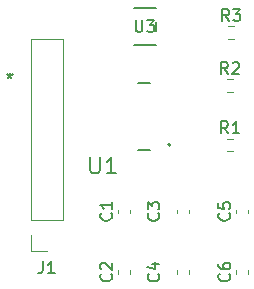
<source format=gbr>
%TF.GenerationSoftware,KiCad,Pcbnew,9.0.6*%
%TF.CreationDate,2026-02-18T16:24:27-08:00*%
%TF.ProjectId,sensor_ppg,73656e73-6f72-45f7-9070-672e6b696361,rev?*%
%TF.SameCoordinates,Original*%
%TF.FileFunction,Legend,Top*%
%TF.FilePolarity,Positive*%
%FSLAX46Y46*%
G04 Gerber Fmt 4.6, Leading zero omitted, Abs format (unit mm)*
G04 Created by KiCad (PCBNEW 9.0.6) date 2026-02-18 16:24:27*
%MOMM*%
%LPD*%
G01*
G04 APERTURE LIST*
%ADD10C,0.150000*%
%ADD11C,0.120000*%
%ADD12C,0.127000*%
%ADD13C,0.200000*%
%ADD14C,0.152400*%
G04 APERTURE END LIST*
D10*
X114666666Y-94884819D02*
X114666666Y-95599104D01*
X114666666Y-95599104D02*
X114619047Y-95741961D01*
X114619047Y-95741961D02*
X114523809Y-95837200D01*
X114523809Y-95837200D02*
X114380952Y-95884819D01*
X114380952Y-95884819D02*
X114285714Y-95884819D01*
X115666666Y-95884819D02*
X115095238Y-95884819D01*
X115380952Y-95884819D02*
X115380952Y-94884819D01*
X115380952Y-94884819D02*
X115285714Y-95027676D01*
X115285714Y-95027676D02*
X115190476Y-95122914D01*
X115190476Y-95122914D02*
X115095238Y-95170533D01*
X118658333Y-86038866D02*
X118658333Y-87172200D01*
X118658333Y-87172200D02*
X118725000Y-87305533D01*
X118725000Y-87305533D02*
X118791666Y-87372200D01*
X118791666Y-87372200D02*
X118925000Y-87438866D01*
X118925000Y-87438866D02*
X119191666Y-87438866D01*
X119191666Y-87438866D02*
X119325000Y-87372200D01*
X119325000Y-87372200D02*
X119391666Y-87305533D01*
X119391666Y-87305533D02*
X119458333Y-87172200D01*
X119458333Y-87172200D02*
X119458333Y-86038866D01*
X120858333Y-87438866D02*
X120058333Y-87438866D01*
X120458333Y-87438866D02*
X120458333Y-86038866D01*
X120458333Y-86038866D02*
X120325000Y-86238866D01*
X120325000Y-86238866D02*
X120191667Y-86372200D01*
X120191667Y-86372200D02*
X120058333Y-86438866D01*
X122514445Y-74454819D02*
X122514445Y-75264342D01*
X122514445Y-75264342D02*
X122562064Y-75359580D01*
X122562064Y-75359580D02*
X122609683Y-75407200D01*
X122609683Y-75407200D02*
X122704921Y-75454819D01*
X122704921Y-75454819D02*
X122895397Y-75454819D01*
X122895397Y-75454819D02*
X122990635Y-75407200D01*
X122990635Y-75407200D02*
X123038254Y-75359580D01*
X123038254Y-75359580D02*
X123085873Y-75264342D01*
X123085873Y-75264342D02*
X123085873Y-74454819D01*
X123466826Y-74454819D02*
X124085873Y-74454819D01*
X124085873Y-74454819D02*
X123752540Y-74835771D01*
X123752540Y-74835771D02*
X123895397Y-74835771D01*
X123895397Y-74835771D02*
X123990635Y-74883390D01*
X123990635Y-74883390D02*
X124038254Y-74931009D01*
X124038254Y-74931009D02*
X124085873Y-75026247D01*
X124085873Y-75026247D02*
X124085873Y-75264342D01*
X124085873Y-75264342D02*
X124038254Y-75359580D01*
X124038254Y-75359580D02*
X123990635Y-75407200D01*
X123990635Y-75407200D02*
X123895397Y-75454819D01*
X123895397Y-75454819D02*
X123609683Y-75454819D01*
X123609683Y-75454819D02*
X123514445Y-75407200D01*
X123514445Y-75407200D02*
X123466826Y-75359580D01*
X111853550Y-78906820D02*
X111853550Y-79144915D01*
X111615455Y-79049677D02*
X111853550Y-79144915D01*
X111853550Y-79144915D02*
X112091645Y-79049677D01*
X111710693Y-79335391D02*
X111853550Y-79144915D01*
X111853550Y-79144915D02*
X111996407Y-79335391D01*
X111853550Y-78906820D02*
X111853550Y-79144915D01*
X111615455Y-79049677D02*
X111853550Y-79144915D01*
X111853550Y-79144915D02*
X112091645Y-79049677D01*
X111710693Y-79335391D02*
X111853550Y-79144915D01*
X111853550Y-79144915D02*
X111996407Y-79335391D01*
X120429580Y-90804166D02*
X120477200Y-90851785D01*
X120477200Y-90851785D02*
X120524819Y-90994642D01*
X120524819Y-90994642D02*
X120524819Y-91089880D01*
X120524819Y-91089880D02*
X120477200Y-91232737D01*
X120477200Y-91232737D02*
X120381961Y-91327975D01*
X120381961Y-91327975D02*
X120286723Y-91375594D01*
X120286723Y-91375594D02*
X120096247Y-91423213D01*
X120096247Y-91423213D02*
X119953390Y-91423213D01*
X119953390Y-91423213D02*
X119762914Y-91375594D01*
X119762914Y-91375594D02*
X119667676Y-91327975D01*
X119667676Y-91327975D02*
X119572438Y-91232737D01*
X119572438Y-91232737D02*
X119524819Y-91089880D01*
X119524819Y-91089880D02*
X119524819Y-90994642D01*
X119524819Y-90994642D02*
X119572438Y-90851785D01*
X119572438Y-90851785D02*
X119620057Y-90804166D01*
X120524819Y-89851785D02*
X120524819Y-90423213D01*
X120524819Y-90137499D02*
X119524819Y-90137499D01*
X119524819Y-90137499D02*
X119667676Y-90232737D01*
X119667676Y-90232737D02*
X119762914Y-90327975D01*
X119762914Y-90327975D02*
X119810533Y-90423213D01*
X130333333Y-84024819D02*
X130000000Y-83548628D01*
X129761905Y-84024819D02*
X129761905Y-83024819D01*
X129761905Y-83024819D02*
X130142857Y-83024819D01*
X130142857Y-83024819D02*
X130238095Y-83072438D01*
X130238095Y-83072438D02*
X130285714Y-83120057D01*
X130285714Y-83120057D02*
X130333333Y-83215295D01*
X130333333Y-83215295D02*
X130333333Y-83358152D01*
X130333333Y-83358152D02*
X130285714Y-83453390D01*
X130285714Y-83453390D02*
X130238095Y-83501009D01*
X130238095Y-83501009D02*
X130142857Y-83548628D01*
X130142857Y-83548628D02*
X129761905Y-83548628D01*
X131285714Y-84024819D02*
X130714286Y-84024819D01*
X131000000Y-84024819D02*
X131000000Y-83024819D01*
X131000000Y-83024819D02*
X130904762Y-83167676D01*
X130904762Y-83167676D02*
X130809524Y-83262914D01*
X130809524Y-83262914D02*
X130714286Y-83310533D01*
X130429580Y-95941666D02*
X130477200Y-95989285D01*
X130477200Y-95989285D02*
X130524819Y-96132142D01*
X130524819Y-96132142D02*
X130524819Y-96227380D01*
X130524819Y-96227380D02*
X130477200Y-96370237D01*
X130477200Y-96370237D02*
X130381961Y-96465475D01*
X130381961Y-96465475D02*
X130286723Y-96513094D01*
X130286723Y-96513094D02*
X130096247Y-96560713D01*
X130096247Y-96560713D02*
X129953390Y-96560713D01*
X129953390Y-96560713D02*
X129762914Y-96513094D01*
X129762914Y-96513094D02*
X129667676Y-96465475D01*
X129667676Y-96465475D02*
X129572438Y-96370237D01*
X129572438Y-96370237D02*
X129524819Y-96227380D01*
X129524819Y-96227380D02*
X129524819Y-96132142D01*
X129524819Y-96132142D02*
X129572438Y-95989285D01*
X129572438Y-95989285D02*
X129620057Y-95941666D01*
X129524819Y-95084523D02*
X129524819Y-95274999D01*
X129524819Y-95274999D02*
X129572438Y-95370237D01*
X129572438Y-95370237D02*
X129620057Y-95417856D01*
X129620057Y-95417856D02*
X129762914Y-95513094D01*
X129762914Y-95513094D02*
X129953390Y-95560713D01*
X129953390Y-95560713D02*
X130334342Y-95560713D01*
X130334342Y-95560713D02*
X130429580Y-95513094D01*
X130429580Y-95513094D02*
X130477200Y-95465475D01*
X130477200Y-95465475D02*
X130524819Y-95370237D01*
X130524819Y-95370237D02*
X130524819Y-95179761D01*
X130524819Y-95179761D02*
X130477200Y-95084523D01*
X130477200Y-95084523D02*
X130429580Y-95036904D01*
X130429580Y-95036904D02*
X130334342Y-94989285D01*
X130334342Y-94989285D02*
X130096247Y-94989285D01*
X130096247Y-94989285D02*
X130001009Y-95036904D01*
X130001009Y-95036904D02*
X129953390Y-95084523D01*
X129953390Y-95084523D02*
X129905771Y-95179761D01*
X129905771Y-95179761D02*
X129905771Y-95370237D01*
X129905771Y-95370237D02*
X129953390Y-95465475D01*
X129953390Y-95465475D02*
X130001009Y-95513094D01*
X130001009Y-95513094D02*
X130096247Y-95560713D01*
X124429580Y-95941666D02*
X124477200Y-95989285D01*
X124477200Y-95989285D02*
X124524819Y-96132142D01*
X124524819Y-96132142D02*
X124524819Y-96227380D01*
X124524819Y-96227380D02*
X124477200Y-96370237D01*
X124477200Y-96370237D02*
X124381961Y-96465475D01*
X124381961Y-96465475D02*
X124286723Y-96513094D01*
X124286723Y-96513094D02*
X124096247Y-96560713D01*
X124096247Y-96560713D02*
X123953390Y-96560713D01*
X123953390Y-96560713D02*
X123762914Y-96513094D01*
X123762914Y-96513094D02*
X123667676Y-96465475D01*
X123667676Y-96465475D02*
X123572438Y-96370237D01*
X123572438Y-96370237D02*
X123524819Y-96227380D01*
X123524819Y-96227380D02*
X123524819Y-96132142D01*
X123524819Y-96132142D02*
X123572438Y-95989285D01*
X123572438Y-95989285D02*
X123620057Y-95941666D01*
X123858152Y-95084523D02*
X124524819Y-95084523D01*
X123477200Y-95322618D02*
X124191485Y-95560713D01*
X124191485Y-95560713D02*
X124191485Y-94941666D01*
X124429580Y-90804166D02*
X124477200Y-90851785D01*
X124477200Y-90851785D02*
X124524819Y-90994642D01*
X124524819Y-90994642D02*
X124524819Y-91089880D01*
X124524819Y-91089880D02*
X124477200Y-91232737D01*
X124477200Y-91232737D02*
X124381961Y-91327975D01*
X124381961Y-91327975D02*
X124286723Y-91375594D01*
X124286723Y-91375594D02*
X124096247Y-91423213D01*
X124096247Y-91423213D02*
X123953390Y-91423213D01*
X123953390Y-91423213D02*
X123762914Y-91375594D01*
X123762914Y-91375594D02*
X123667676Y-91327975D01*
X123667676Y-91327975D02*
X123572438Y-91232737D01*
X123572438Y-91232737D02*
X123524819Y-91089880D01*
X123524819Y-91089880D02*
X123524819Y-90994642D01*
X123524819Y-90994642D02*
X123572438Y-90851785D01*
X123572438Y-90851785D02*
X123620057Y-90804166D01*
X123524819Y-90470832D02*
X123524819Y-89851785D01*
X123524819Y-89851785D02*
X123905771Y-90185118D01*
X123905771Y-90185118D02*
X123905771Y-90042261D01*
X123905771Y-90042261D02*
X123953390Y-89947023D01*
X123953390Y-89947023D02*
X124001009Y-89899404D01*
X124001009Y-89899404D02*
X124096247Y-89851785D01*
X124096247Y-89851785D02*
X124334342Y-89851785D01*
X124334342Y-89851785D02*
X124429580Y-89899404D01*
X124429580Y-89899404D02*
X124477200Y-89947023D01*
X124477200Y-89947023D02*
X124524819Y-90042261D01*
X124524819Y-90042261D02*
X124524819Y-90327975D01*
X124524819Y-90327975D02*
X124477200Y-90423213D01*
X124477200Y-90423213D02*
X124429580Y-90470832D01*
X120429580Y-95941666D02*
X120477200Y-95989285D01*
X120477200Y-95989285D02*
X120524819Y-96132142D01*
X120524819Y-96132142D02*
X120524819Y-96227380D01*
X120524819Y-96227380D02*
X120477200Y-96370237D01*
X120477200Y-96370237D02*
X120381961Y-96465475D01*
X120381961Y-96465475D02*
X120286723Y-96513094D01*
X120286723Y-96513094D02*
X120096247Y-96560713D01*
X120096247Y-96560713D02*
X119953390Y-96560713D01*
X119953390Y-96560713D02*
X119762914Y-96513094D01*
X119762914Y-96513094D02*
X119667676Y-96465475D01*
X119667676Y-96465475D02*
X119572438Y-96370237D01*
X119572438Y-96370237D02*
X119524819Y-96227380D01*
X119524819Y-96227380D02*
X119524819Y-96132142D01*
X119524819Y-96132142D02*
X119572438Y-95989285D01*
X119572438Y-95989285D02*
X119620057Y-95941666D01*
X119620057Y-95560713D02*
X119572438Y-95513094D01*
X119572438Y-95513094D02*
X119524819Y-95417856D01*
X119524819Y-95417856D02*
X119524819Y-95179761D01*
X119524819Y-95179761D02*
X119572438Y-95084523D01*
X119572438Y-95084523D02*
X119620057Y-95036904D01*
X119620057Y-95036904D02*
X119715295Y-94989285D01*
X119715295Y-94989285D02*
X119810533Y-94989285D01*
X119810533Y-94989285D02*
X119953390Y-95036904D01*
X119953390Y-95036904D02*
X120524819Y-95608332D01*
X120524819Y-95608332D02*
X120524819Y-94989285D01*
X130429580Y-90804166D02*
X130477200Y-90851785D01*
X130477200Y-90851785D02*
X130524819Y-90994642D01*
X130524819Y-90994642D02*
X130524819Y-91089880D01*
X130524819Y-91089880D02*
X130477200Y-91232737D01*
X130477200Y-91232737D02*
X130381961Y-91327975D01*
X130381961Y-91327975D02*
X130286723Y-91375594D01*
X130286723Y-91375594D02*
X130096247Y-91423213D01*
X130096247Y-91423213D02*
X129953390Y-91423213D01*
X129953390Y-91423213D02*
X129762914Y-91375594D01*
X129762914Y-91375594D02*
X129667676Y-91327975D01*
X129667676Y-91327975D02*
X129572438Y-91232737D01*
X129572438Y-91232737D02*
X129524819Y-91089880D01*
X129524819Y-91089880D02*
X129524819Y-90994642D01*
X129524819Y-90994642D02*
X129572438Y-90851785D01*
X129572438Y-90851785D02*
X129620057Y-90804166D01*
X129524819Y-89899404D02*
X129524819Y-90375594D01*
X129524819Y-90375594D02*
X130001009Y-90423213D01*
X130001009Y-90423213D02*
X129953390Y-90375594D01*
X129953390Y-90375594D02*
X129905771Y-90280356D01*
X129905771Y-90280356D02*
X129905771Y-90042261D01*
X129905771Y-90042261D02*
X129953390Y-89947023D01*
X129953390Y-89947023D02*
X130001009Y-89899404D01*
X130001009Y-89899404D02*
X130096247Y-89851785D01*
X130096247Y-89851785D02*
X130334342Y-89851785D01*
X130334342Y-89851785D02*
X130429580Y-89899404D01*
X130429580Y-89899404D02*
X130477200Y-89947023D01*
X130477200Y-89947023D02*
X130524819Y-90042261D01*
X130524819Y-90042261D02*
X130524819Y-90280356D01*
X130524819Y-90280356D02*
X130477200Y-90375594D01*
X130477200Y-90375594D02*
X130429580Y-90423213D01*
X130420833Y-74524819D02*
X130087500Y-74048628D01*
X129849405Y-74524819D02*
X129849405Y-73524819D01*
X129849405Y-73524819D02*
X130230357Y-73524819D01*
X130230357Y-73524819D02*
X130325595Y-73572438D01*
X130325595Y-73572438D02*
X130373214Y-73620057D01*
X130373214Y-73620057D02*
X130420833Y-73715295D01*
X130420833Y-73715295D02*
X130420833Y-73858152D01*
X130420833Y-73858152D02*
X130373214Y-73953390D01*
X130373214Y-73953390D02*
X130325595Y-74001009D01*
X130325595Y-74001009D02*
X130230357Y-74048628D01*
X130230357Y-74048628D02*
X129849405Y-74048628D01*
X130754167Y-73524819D02*
X131373214Y-73524819D01*
X131373214Y-73524819D02*
X131039881Y-73905771D01*
X131039881Y-73905771D02*
X131182738Y-73905771D01*
X131182738Y-73905771D02*
X131277976Y-73953390D01*
X131277976Y-73953390D02*
X131325595Y-74001009D01*
X131325595Y-74001009D02*
X131373214Y-74096247D01*
X131373214Y-74096247D02*
X131373214Y-74334342D01*
X131373214Y-74334342D02*
X131325595Y-74429580D01*
X131325595Y-74429580D02*
X131277976Y-74477200D01*
X131277976Y-74477200D02*
X131182738Y-74524819D01*
X131182738Y-74524819D02*
X130897024Y-74524819D01*
X130897024Y-74524819D02*
X130801786Y-74477200D01*
X130801786Y-74477200D02*
X130754167Y-74429580D01*
X130333333Y-79024819D02*
X130000000Y-78548628D01*
X129761905Y-79024819D02*
X129761905Y-78024819D01*
X129761905Y-78024819D02*
X130142857Y-78024819D01*
X130142857Y-78024819D02*
X130238095Y-78072438D01*
X130238095Y-78072438D02*
X130285714Y-78120057D01*
X130285714Y-78120057D02*
X130333333Y-78215295D01*
X130333333Y-78215295D02*
X130333333Y-78358152D01*
X130333333Y-78358152D02*
X130285714Y-78453390D01*
X130285714Y-78453390D02*
X130238095Y-78501009D01*
X130238095Y-78501009D02*
X130142857Y-78548628D01*
X130142857Y-78548628D02*
X129761905Y-78548628D01*
X130714286Y-78120057D02*
X130761905Y-78072438D01*
X130761905Y-78072438D02*
X130857143Y-78024819D01*
X130857143Y-78024819D02*
X131095238Y-78024819D01*
X131095238Y-78024819D02*
X131190476Y-78072438D01*
X131190476Y-78072438D02*
X131238095Y-78120057D01*
X131238095Y-78120057D02*
X131285714Y-78215295D01*
X131285714Y-78215295D02*
X131285714Y-78310533D01*
X131285714Y-78310533D02*
X131238095Y-78453390D01*
X131238095Y-78453390D02*
X130666667Y-79024819D01*
X130666667Y-79024819D02*
X131285714Y-79024819D01*
D11*
%TO.C,J1*%
X113670000Y-91390000D02*
X113670000Y-76090000D01*
X113670000Y-93990000D02*
X113670000Y-92660000D01*
X115000000Y-93990000D02*
X113670000Y-93990000D01*
X116330000Y-76090000D02*
X113670000Y-76090000D01*
X116330000Y-91390000D02*
X113670000Y-91390000D01*
X116330000Y-91390000D02*
X116330000Y-76090000D01*
D12*
%TO.C,U1*%
X123705000Y-85450000D02*
X122695000Y-85450000D01*
X122695000Y-79750000D02*
X123705000Y-79750000D01*
D13*
X125450000Y-85000000D02*
G75*
G02*
X125250000Y-85000000I-100000J0D01*
G01*
X125250000Y-85000000D02*
G75*
G02*
X125450000Y-85000000I100000J0D01*
G01*
D14*
%TO.C,U3*%
X124203450Y-73425200D02*
X122349250Y-73425200D01*
X124203450Y-75363261D02*
X124203450Y-74636739D01*
X122349250Y-76574800D02*
X124203450Y-76574800D01*
D11*
%TO.C,C1*%
X120990000Y-90783767D02*
X120990000Y-90491233D01*
X122010000Y-90783767D02*
X122010000Y-90491233D01*
%TO.C,R1*%
X130245276Y-85522500D02*
X130754724Y-85522500D01*
X130245276Y-84477500D02*
X130754724Y-84477500D01*
%TO.C,C6*%
X132010000Y-95921267D02*
X132010000Y-95628733D01*
X130990000Y-95921267D02*
X130990000Y-95628733D01*
%TO.C,C4*%
X127010000Y-95921267D02*
X127010000Y-95628733D01*
X125990000Y-95921267D02*
X125990000Y-95628733D01*
%TO.C,C3*%
X127010000Y-90783767D02*
X127010000Y-90491233D01*
X125990000Y-90783767D02*
X125990000Y-90491233D01*
%TO.C,C2*%
X122010000Y-95921267D02*
X122010000Y-95628733D01*
X120990000Y-95921267D02*
X120990000Y-95628733D01*
%TO.C,C5*%
X132010000Y-90783767D02*
X132010000Y-90491233D01*
X130990000Y-90783767D02*
X130990000Y-90491233D01*
%TO.C,R3*%
X130332776Y-76022500D02*
X130842224Y-76022500D01*
X130332776Y-74977500D02*
X130842224Y-74977500D01*
%TO.C,R2*%
X130245276Y-80522500D02*
X130754724Y-80522500D01*
X130245276Y-79477500D02*
X130754724Y-79477500D01*
%TD*%
M02*

</source>
